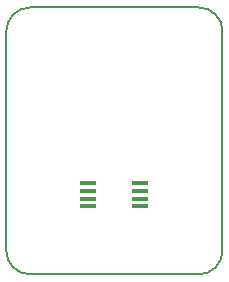
<source format=gbr>
G04 #@! TF.GenerationSoftware,KiCad,Pcbnew,5.0.1-33cea8e~68~ubuntu18.10.1*
G04 #@! TF.CreationDate,2018-12-01T22:16:55+02:00*
G04 #@! TF.ProjectId,BRK-MSOP-8-3x3-P0.65,42524B2D4D534F502D382D3378332D50,v1.0*
G04 #@! TF.SameCoordinates,Original*
G04 #@! TF.FileFunction,Paste,Top*
G04 #@! TF.FilePolarity,Positive*
%FSLAX46Y46*%
G04 Gerber Fmt 4.6, Leading zero omitted, Abs format (unit mm)*
G04 Created by KiCad (PCBNEW 5.0.1-33cea8e~68~ubuntu18.10.1) date la  1. joulukuuta 2018 22.16.55*
%MOMM*%
%LPD*%
G01*
G04 APERTURE LIST*
%ADD10C,0.150000*%
%ADD11R,1.450000X0.450000*%
G04 APERTURE END LIST*
D10*
X52000000Y-70600000D02*
G75*
G02X50000000Y-68600000I0J2000000D01*
G01*
X68300000Y-68600000D02*
G75*
G02X66300000Y-70600000I-2000000J0D01*
G01*
X66300000Y-48000000D02*
G75*
G02X68300000Y-50000000I0J-2000000D01*
G01*
X50000000Y-50000000D02*
G75*
G02X52000000Y-48000000I2000000J0D01*
G01*
X66300000Y-70600000D02*
X52000000Y-70600000D01*
X68300000Y-50000000D02*
X68300000Y-68600000D01*
X52000000Y-48000000D02*
X66300000Y-48000000D01*
X50000000Y-68600000D02*
X50000000Y-50000000D01*
D11*
G04 #@! TO.C,U1*
X56950000Y-62895000D03*
X56950000Y-63545000D03*
X56950000Y-64195000D03*
X56950000Y-64845000D03*
X61350000Y-64845000D03*
X61350000Y-64195000D03*
X61350000Y-63545000D03*
X61350000Y-62895000D03*
G04 #@! TD*
M02*

</source>
